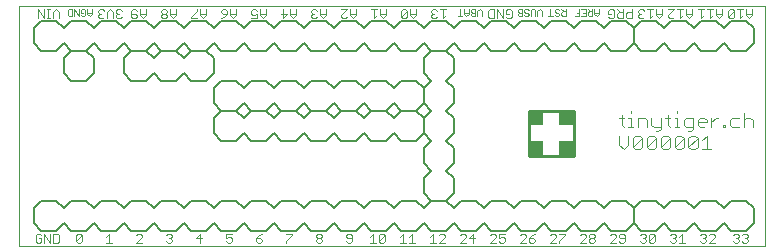
<source format=gto>
G75*
G70*
%OFA0B0*%
%FSLAX24Y24*%
%IPPOS*%
%LPD*%
%AMOC8*
5,1,8,0,0,1.08239X$1,22.5*
%
%ADD10C,0.0000*%
%ADD11C,0.0030*%
%ADD12C,0.0020*%
%ADD13C,0.0040*%
%ADD14R,0.0500X0.0500*%
%ADD15C,0.0100*%
%ADD16C,0.0080*%
D10*
X000150Y002913D02*
X025020Y002913D01*
X025020Y010909D01*
X000150Y010909D01*
X000150Y002913D01*
D11*
X000715Y003076D02*
X000763Y003028D01*
X000860Y003028D01*
X000908Y003076D01*
X000908Y003173D01*
X000812Y003173D01*
X000908Y003270D02*
X000860Y003318D01*
X000763Y003318D01*
X000715Y003270D01*
X000715Y003076D01*
X001010Y003028D02*
X001010Y003318D01*
X001203Y003028D01*
X001203Y003318D01*
X001304Y003318D02*
X001449Y003318D01*
X001498Y003270D01*
X001498Y003076D01*
X001449Y003028D01*
X001304Y003028D01*
X001304Y003318D01*
X002065Y003270D02*
X002065Y003076D01*
X002258Y003270D01*
X002258Y003076D01*
X002210Y003028D01*
X002113Y003028D01*
X002065Y003076D01*
X002065Y003270D02*
X002113Y003318D01*
X002210Y003318D01*
X002258Y003270D01*
X003065Y003221D02*
X003162Y003318D01*
X003162Y003028D01*
X003258Y003028D02*
X003065Y003028D01*
X004065Y003028D02*
X004258Y003221D01*
X004258Y003270D01*
X004210Y003318D01*
X004113Y003318D01*
X004065Y003270D01*
X004065Y003028D02*
X004258Y003028D01*
X005065Y003076D02*
X005113Y003028D01*
X005210Y003028D01*
X005258Y003076D01*
X005258Y003125D01*
X005210Y003173D01*
X005162Y003173D01*
X005210Y003173D02*
X005258Y003221D01*
X005258Y003270D01*
X005210Y003318D01*
X005113Y003318D01*
X005065Y003270D01*
X006065Y003173D02*
X006258Y003173D01*
X006210Y003028D02*
X006210Y003318D01*
X006065Y003173D01*
X007065Y003173D02*
X007162Y003221D01*
X007210Y003221D01*
X007258Y003173D01*
X007258Y003076D01*
X007210Y003028D01*
X007113Y003028D01*
X007065Y003076D01*
X007065Y003173D02*
X007065Y003318D01*
X007258Y003318D01*
X008065Y003173D02*
X008065Y003076D01*
X008113Y003028D01*
X008210Y003028D01*
X008258Y003076D01*
X008258Y003125D01*
X008210Y003173D01*
X008065Y003173D01*
X008162Y003270D01*
X008258Y003318D01*
X009065Y003318D02*
X009258Y003318D01*
X009258Y003270D01*
X009065Y003076D01*
X009065Y003028D01*
X010065Y003076D02*
X010065Y003125D01*
X010113Y003173D01*
X010210Y003173D01*
X010258Y003125D01*
X010258Y003076D01*
X010210Y003028D01*
X010113Y003028D01*
X010065Y003076D01*
X010113Y003173D02*
X010065Y003221D01*
X010065Y003270D01*
X010113Y003318D01*
X010210Y003318D01*
X010258Y003270D01*
X010258Y003221D01*
X010210Y003173D01*
X011065Y003221D02*
X011113Y003173D01*
X011258Y003173D01*
X011258Y003076D02*
X011258Y003270D01*
X011210Y003318D01*
X011113Y003318D01*
X011065Y003270D01*
X011065Y003221D01*
X011065Y003076D02*
X011113Y003028D01*
X011210Y003028D01*
X011258Y003076D01*
X011865Y003028D02*
X012058Y003028D01*
X011962Y003028D02*
X011962Y003318D01*
X011865Y003221D01*
X012160Y003270D02*
X012160Y003076D01*
X012353Y003270D01*
X012353Y003076D01*
X012305Y003028D01*
X012208Y003028D01*
X012160Y003076D01*
X012160Y003270D02*
X012208Y003318D01*
X012305Y003318D01*
X012353Y003270D01*
X012865Y003221D02*
X012962Y003318D01*
X012962Y003028D01*
X013058Y003028D02*
X012865Y003028D01*
X013160Y003028D02*
X013353Y003028D01*
X013256Y003028D02*
X013256Y003318D01*
X013160Y003221D01*
X013865Y003221D02*
X013962Y003318D01*
X013962Y003028D01*
X014058Y003028D02*
X013865Y003028D01*
X014160Y003028D02*
X014353Y003221D01*
X014353Y003270D01*
X014305Y003318D01*
X014208Y003318D01*
X014160Y003270D01*
X014160Y003028D02*
X014353Y003028D01*
X014865Y003028D02*
X015058Y003221D01*
X015058Y003270D01*
X015010Y003318D01*
X014913Y003318D01*
X014865Y003270D01*
X015160Y003173D02*
X015353Y003173D01*
X015305Y003028D02*
X015305Y003318D01*
X015160Y003173D01*
X015058Y003028D02*
X014865Y003028D01*
X015865Y003028D02*
X016058Y003221D01*
X016058Y003270D01*
X016010Y003318D01*
X015913Y003318D01*
X015865Y003270D01*
X016160Y003318D02*
X016160Y003173D01*
X016256Y003221D01*
X016305Y003221D01*
X016353Y003173D01*
X016353Y003076D01*
X016305Y003028D01*
X016208Y003028D01*
X016160Y003076D01*
X016058Y003028D02*
X015865Y003028D01*
X016160Y003318D02*
X016353Y003318D01*
X016865Y003270D02*
X016913Y003318D01*
X017010Y003318D01*
X017058Y003270D01*
X017058Y003221D01*
X016865Y003028D01*
X017058Y003028D01*
X017160Y003076D02*
X017208Y003028D01*
X017305Y003028D01*
X017353Y003076D01*
X017353Y003125D01*
X017305Y003173D01*
X017160Y003173D01*
X017160Y003076D01*
X017160Y003173D02*
X017256Y003270D01*
X017353Y003318D01*
X017865Y003270D02*
X017913Y003318D01*
X018010Y003318D01*
X018058Y003270D01*
X018058Y003221D01*
X017865Y003028D01*
X018058Y003028D01*
X018160Y003028D02*
X018160Y003076D01*
X018353Y003270D01*
X018353Y003318D01*
X018160Y003318D01*
X018865Y003270D02*
X018913Y003318D01*
X019010Y003318D01*
X019058Y003270D01*
X019058Y003221D01*
X018865Y003028D01*
X019058Y003028D01*
X019160Y003076D02*
X019160Y003125D01*
X019208Y003173D01*
X019305Y003173D01*
X019353Y003125D01*
X019353Y003076D01*
X019305Y003028D01*
X019208Y003028D01*
X019160Y003076D01*
X019208Y003173D02*
X019160Y003221D01*
X019160Y003270D01*
X019208Y003318D01*
X019305Y003318D01*
X019353Y003270D01*
X019353Y003221D01*
X019305Y003173D01*
X019865Y003270D02*
X019913Y003318D01*
X020010Y003318D01*
X020058Y003270D01*
X020058Y003221D01*
X019865Y003028D01*
X020058Y003028D01*
X020160Y003076D02*
X020208Y003028D01*
X020305Y003028D01*
X020353Y003076D01*
X020353Y003270D01*
X020305Y003318D01*
X020208Y003318D01*
X020160Y003270D01*
X020160Y003221D01*
X020208Y003173D01*
X020353Y003173D01*
X020865Y003076D02*
X020913Y003028D01*
X021010Y003028D01*
X021058Y003076D01*
X021058Y003125D01*
X021010Y003173D01*
X020962Y003173D01*
X021010Y003173D02*
X021058Y003221D01*
X021058Y003270D01*
X021010Y003318D01*
X020913Y003318D01*
X020865Y003270D01*
X021160Y003270D02*
X021208Y003318D01*
X021305Y003318D01*
X021353Y003270D01*
X021160Y003076D01*
X021208Y003028D01*
X021305Y003028D01*
X021353Y003076D01*
X021353Y003270D01*
X021160Y003270D02*
X021160Y003076D01*
X021865Y003076D02*
X021913Y003028D01*
X022010Y003028D01*
X022058Y003076D01*
X022058Y003125D01*
X022010Y003173D01*
X021962Y003173D01*
X022010Y003173D02*
X022058Y003221D01*
X022058Y003270D01*
X022010Y003318D01*
X021913Y003318D01*
X021865Y003270D01*
X022160Y003221D02*
X022256Y003318D01*
X022256Y003028D01*
X022160Y003028D02*
X022353Y003028D01*
X022865Y003076D02*
X022913Y003028D01*
X023010Y003028D01*
X023058Y003076D01*
X023058Y003125D01*
X023010Y003173D01*
X022962Y003173D01*
X023010Y003173D02*
X023058Y003221D01*
X023058Y003270D01*
X023010Y003318D01*
X022913Y003318D01*
X022865Y003270D01*
X023160Y003270D02*
X023208Y003318D01*
X023305Y003318D01*
X023353Y003270D01*
X023353Y003221D01*
X023160Y003028D01*
X023353Y003028D01*
X023965Y003076D02*
X024013Y003028D01*
X024110Y003028D01*
X024158Y003076D01*
X024158Y003125D01*
X024110Y003173D01*
X024062Y003173D01*
X024110Y003173D02*
X024158Y003221D01*
X024158Y003270D01*
X024110Y003318D01*
X024013Y003318D01*
X023965Y003270D01*
X024260Y003270D02*
X024308Y003318D01*
X024405Y003318D01*
X024453Y003270D01*
X024453Y003221D01*
X024405Y003173D01*
X024453Y003125D01*
X024453Y003076D01*
X024405Y003028D01*
X024308Y003028D01*
X024260Y003076D01*
X024356Y003173D02*
X024405Y003173D01*
X024488Y010508D02*
X024392Y010604D01*
X024392Y010798D01*
X024290Y010798D02*
X024097Y010798D01*
X024194Y010798D02*
X024194Y010508D01*
X024290Y010604D01*
X024392Y010653D02*
X024585Y010653D01*
X024585Y010604D02*
X024488Y010508D01*
X024585Y010604D02*
X024585Y010798D01*
X023996Y010750D02*
X023996Y010556D01*
X023947Y010508D01*
X023851Y010508D01*
X023802Y010556D01*
X023996Y010750D01*
X023947Y010798D01*
X023851Y010798D01*
X023802Y010750D01*
X023802Y010556D01*
X023585Y010604D02*
X023488Y010508D01*
X023392Y010604D01*
X023392Y010798D01*
X023290Y010798D02*
X023097Y010798D01*
X023194Y010798D02*
X023194Y010508D01*
X023290Y010604D01*
X023392Y010653D02*
X023585Y010653D01*
X023585Y010604D02*
X023585Y010798D01*
X022996Y010798D02*
X022802Y010798D01*
X022899Y010798D02*
X022899Y010508D01*
X022996Y010604D01*
X022585Y010604D02*
X022488Y010508D01*
X022392Y010604D01*
X022392Y010798D01*
X022290Y010798D02*
X022097Y010798D01*
X022194Y010798D02*
X022194Y010508D01*
X022290Y010604D01*
X022392Y010653D02*
X022585Y010653D01*
X022585Y010604D02*
X022585Y010798D01*
X021996Y010798D02*
X021802Y010604D01*
X021802Y010556D01*
X021851Y010508D01*
X021947Y010508D01*
X021996Y010556D01*
X021996Y010798D02*
X021802Y010798D01*
X021585Y010798D02*
X021585Y010604D01*
X021488Y010508D01*
X021392Y010604D01*
X021392Y010798D01*
X021290Y010798D02*
X021097Y010798D01*
X021194Y010798D02*
X021194Y010508D01*
X021290Y010604D01*
X021392Y010653D02*
X021585Y010653D01*
X020996Y010750D02*
X020947Y010798D01*
X020851Y010798D01*
X020802Y010750D01*
X020802Y010701D01*
X020851Y010653D01*
X020899Y010653D01*
X020851Y010653D02*
X020802Y010604D01*
X020802Y010556D01*
X020851Y010508D01*
X020947Y010508D01*
X020996Y010556D01*
X020585Y010508D02*
X020440Y010508D01*
X020392Y010556D01*
X020392Y010653D01*
X020440Y010701D01*
X020585Y010701D01*
X020585Y010798D02*
X020585Y010508D01*
X020290Y010508D02*
X020290Y010798D01*
X020290Y010701D02*
X020145Y010701D01*
X020097Y010653D01*
X020097Y010556D01*
X020145Y010508D01*
X020290Y010508D01*
X020194Y010701D02*
X020097Y010798D01*
X019996Y010750D02*
X019947Y010798D01*
X019851Y010798D01*
X019802Y010750D01*
X019802Y010653D01*
X019899Y010653D01*
X019996Y010556D02*
X019996Y010750D01*
X019996Y010556D02*
X019947Y010508D01*
X019851Y010508D01*
X019802Y010556D01*
X016585Y010556D02*
X016585Y010750D01*
X016537Y010798D01*
X016440Y010798D01*
X016392Y010750D01*
X016392Y010653D01*
X016488Y010653D01*
X016392Y010556D02*
X016440Y010508D01*
X016537Y010508D01*
X016585Y010556D01*
X016290Y010508D02*
X016097Y010798D01*
X016097Y010508D01*
X015996Y010508D02*
X015851Y010508D01*
X015802Y010556D01*
X015802Y010750D01*
X015851Y010798D01*
X015996Y010798D01*
X015996Y010508D01*
X016290Y010508D02*
X016290Y010798D01*
X014385Y010798D02*
X014192Y010798D01*
X014288Y010798D02*
X014288Y010508D01*
X014385Y010604D01*
X014090Y010556D02*
X014042Y010508D01*
X013945Y010508D01*
X013897Y010556D01*
X013897Y010604D01*
X013945Y010653D01*
X013897Y010701D01*
X013897Y010750D01*
X013945Y010798D01*
X014042Y010798D01*
X014090Y010750D01*
X013994Y010653D02*
X013945Y010653D01*
X013385Y010653D02*
X013192Y010653D01*
X013192Y010604D02*
X013192Y010798D01*
X013090Y010750D02*
X012897Y010556D01*
X012897Y010750D01*
X012945Y010798D01*
X013042Y010798D01*
X013090Y010750D01*
X013090Y010556D01*
X013042Y010508D01*
X012945Y010508D01*
X012897Y010556D01*
X013192Y010604D02*
X013288Y010508D01*
X013385Y010604D01*
X013385Y010798D01*
X012385Y010798D02*
X012385Y010604D01*
X012288Y010508D01*
X012192Y010604D01*
X012192Y010798D01*
X012090Y010798D02*
X011897Y010798D01*
X011994Y010798D02*
X011994Y010508D01*
X012090Y010604D01*
X012192Y010653D02*
X012385Y010653D01*
X011385Y010653D02*
X011192Y010653D01*
X011192Y010604D02*
X011192Y010798D01*
X011090Y010798D02*
X010897Y010604D01*
X010897Y010556D01*
X010945Y010508D01*
X011042Y010508D01*
X011090Y010556D01*
X011192Y010604D02*
X011288Y010508D01*
X011385Y010604D01*
X011385Y010798D01*
X011090Y010798D02*
X010897Y010798D01*
X010385Y010798D02*
X010385Y010604D01*
X010288Y010508D01*
X010192Y010604D01*
X010192Y010798D01*
X010090Y010750D02*
X010042Y010798D01*
X009945Y010798D01*
X009897Y010750D01*
X009897Y010701D01*
X009945Y010653D01*
X009994Y010653D01*
X009945Y010653D02*
X009897Y010604D01*
X009897Y010556D01*
X009945Y010508D01*
X010042Y010508D01*
X010090Y010556D01*
X010192Y010653D02*
X010385Y010653D01*
X009385Y010653D02*
X009192Y010653D01*
X009192Y010604D02*
X009192Y010798D01*
X009090Y010653D02*
X008897Y010653D01*
X008945Y010798D02*
X008945Y010508D01*
X009090Y010653D01*
X009192Y010604D02*
X009288Y010508D01*
X009385Y010604D01*
X009385Y010798D01*
X008385Y010798D02*
X008385Y010604D01*
X008288Y010508D01*
X008192Y010604D01*
X008192Y010798D01*
X008090Y010750D02*
X008042Y010798D01*
X007945Y010798D01*
X007897Y010750D01*
X007897Y010653D01*
X007945Y010604D01*
X007994Y010604D01*
X008090Y010653D01*
X008090Y010508D01*
X007897Y010508D01*
X008192Y010653D02*
X008385Y010653D01*
X007385Y010653D02*
X007192Y010653D01*
X007192Y010604D02*
X007192Y010798D01*
X007090Y010750D02*
X007042Y010798D01*
X006945Y010798D01*
X006897Y010750D01*
X006897Y010701D01*
X006945Y010653D01*
X007090Y010653D01*
X007090Y010750D01*
X007090Y010653D02*
X006994Y010556D01*
X006897Y010508D01*
X007192Y010604D02*
X007288Y010508D01*
X007385Y010604D01*
X007385Y010798D01*
X006385Y010798D02*
X006385Y010604D01*
X006288Y010508D01*
X006192Y010604D01*
X006192Y010798D01*
X006090Y010798D02*
X006090Y010750D01*
X005897Y010556D01*
X005897Y010508D01*
X006090Y010508D01*
X006192Y010653D02*
X006385Y010653D01*
X005385Y010653D02*
X005192Y010653D01*
X005192Y010604D02*
X005192Y010798D01*
X005090Y010750D02*
X005042Y010798D01*
X004945Y010798D01*
X004897Y010750D01*
X004897Y010701D01*
X004945Y010653D01*
X005042Y010653D01*
X005090Y010604D01*
X005090Y010556D01*
X005042Y010508D01*
X004945Y010508D01*
X004897Y010556D01*
X004897Y010604D01*
X004945Y010653D01*
X005042Y010653D02*
X005090Y010701D01*
X005090Y010750D01*
X005192Y010604D02*
X005288Y010508D01*
X005385Y010604D01*
X005385Y010798D01*
X004385Y010798D02*
X004385Y010604D01*
X004288Y010508D01*
X004192Y010604D01*
X004192Y010798D01*
X004090Y010750D02*
X004042Y010798D01*
X003945Y010798D01*
X003897Y010750D01*
X003897Y010556D01*
X003945Y010508D01*
X004042Y010508D01*
X004090Y010556D01*
X004090Y010604D01*
X004042Y010653D01*
X003897Y010653D01*
X004192Y010653D02*
X004385Y010653D01*
X003585Y010750D02*
X003537Y010798D01*
X003440Y010798D01*
X003392Y010750D01*
X003392Y010701D01*
X003440Y010653D01*
X003488Y010653D01*
X003440Y010653D02*
X003392Y010604D01*
X003392Y010556D01*
X003440Y010508D01*
X003537Y010508D01*
X003585Y010556D01*
X003290Y010508D02*
X003290Y010701D01*
X003194Y010798D01*
X003097Y010701D01*
X003097Y010508D01*
X002996Y010556D02*
X002947Y010508D01*
X002851Y010508D01*
X002802Y010556D01*
X002802Y010604D01*
X002851Y010653D01*
X002802Y010701D01*
X002802Y010750D01*
X002851Y010798D01*
X002947Y010798D01*
X002996Y010750D01*
X002899Y010653D02*
X002851Y010653D01*
X001485Y010701D02*
X001485Y010508D01*
X001485Y010701D02*
X001388Y010798D01*
X001292Y010701D01*
X001292Y010508D01*
X001190Y010508D02*
X001094Y010508D01*
X001142Y010508D02*
X001142Y010798D01*
X001190Y010798D02*
X001094Y010798D01*
X000994Y010798D02*
X000994Y010508D01*
X000800Y010798D01*
X000800Y010508D01*
D12*
X001780Y010620D02*
X001817Y010583D01*
X001927Y010583D01*
X001927Y010803D01*
X001817Y010803D01*
X001780Y010766D01*
X001780Y010620D01*
X002001Y010583D02*
X002001Y010803D01*
X002148Y010583D01*
X002148Y010803D01*
X002222Y010766D02*
X002222Y010693D01*
X002296Y010693D01*
X002369Y010620D02*
X002369Y010766D01*
X002332Y010803D01*
X002259Y010803D01*
X002222Y010766D01*
X002222Y010620D02*
X002259Y010583D01*
X002332Y010583D01*
X002369Y010620D01*
X002443Y010656D02*
X002443Y010803D01*
X002443Y010693D02*
X002590Y010693D01*
X002590Y010656D02*
X002517Y010583D01*
X002443Y010656D01*
X002590Y010656D02*
X002590Y010803D01*
X014780Y010583D02*
X014927Y010583D01*
X014854Y010583D02*
X014854Y010803D01*
X015001Y010803D02*
X015001Y010656D01*
X015075Y010583D01*
X015148Y010656D01*
X015148Y010803D01*
X015222Y010766D02*
X015259Y010803D01*
X015369Y010803D01*
X015369Y010583D01*
X015259Y010583D01*
X015222Y010620D01*
X015222Y010656D01*
X015259Y010693D01*
X015369Y010693D01*
X015443Y010730D02*
X015443Y010583D01*
X015443Y010730D02*
X015517Y010803D01*
X015590Y010730D01*
X015590Y010583D01*
X015259Y010693D02*
X015222Y010730D01*
X015222Y010766D01*
X015148Y010693D02*
X015001Y010693D01*
X016780Y010730D02*
X016780Y010766D01*
X016817Y010803D01*
X016927Y010803D01*
X016927Y010583D01*
X016817Y010583D01*
X016780Y010620D01*
X016780Y010656D01*
X016817Y010693D01*
X016927Y010693D01*
X017001Y010730D02*
X017001Y010766D01*
X017038Y010803D01*
X017111Y010803D01*
X017148Y010766D01*
X017222Y010766D02*
X017222Y010583D01*
X017148Y010620D02*
X017111Y010583D01*
X017038Y010583D01*
X017001Y010620D01*
X017038Y010693D02*
X017001Y010730D01*
X017038Y010693D02*
X017111Y010693D01*
X017148Y010656D01*
X017148Y010620D01*
X017222Y010766D02*
X017259Y010803D01*
X017332Y010803D01*
X017369Y010766D01*
X017369Y010583D01*
X017443Y010583D02*
X017443Y010730D01*
X017517Y010803D01*
X017590Y010730D01*
X017590Y010583D01*
X017801Y010583D02*
X017948Y010583D01*
X017875Y010583D02*
X017875Y010803D01*
X018022Y010766D02*
X018059Y010803D01*
X018132Y010803D01*
X018169Y010766D01*
X018132Y010693D02*
X018059Y010693D01*
X018022Y010730D01*
X018022Y010766D01*
X018132Y010693D02*
X018169Y010656D01*
X018169Y010620D01*
X018132Y010583D01*
X018059Y010583D01*
X018022Y010620D01*
X018243Y010620D02*
X018280Y010583D01*
X018390Y010583D01*
X018390Y010803D01*
X018390Y010730D02*
X018280Y010730D01*
X018243Y010693D01*
X018243Y010620D01*
X018317Y010730D02*
X018243Y010803D01*
X018680Y010583D02*
X018827Y010583D01*
X018827Y010803D01*
X018901Y010803D02*
X019048Y010803D01*
X019048Y010583D01*
X018901Y010583D01*
X018975Y010693D02*
X019048Y010693D01*
X019122Y010693D02*
X019159Y010730D01*
X019269Y010730D01*
X019269Y010803D02*
X019269Y010583D01*
X019159Y010583D01*
X019122Y010620D01*
X019122Y010693D01*
X019196Y010730D02*
X019122Y010803D01*
X019343Y010803D02*
X019343Y010656D01*
X019417Y010583D01*
X019490Y010656D01*
X019490Y010803D01*
X019490Y010693D02*
X019343Y010693D01*
X018827Y010693D02*
X018754Y010693D01*
X016817Y010693D02*
X016780Y010730D01*
D13*
X020554Y007420D02*
X020554Y007343D01*
X020554Y007190D02*
X020554Y006883D01*
X020630Y006883D02*
X020477Y006883D01*
X020323Y006883D02*
X020247Y006960D01*
X020247Y007267D01*
X020170Y007190D02*
X020323Y007190D01*
X020477Y007190D02*
X020554Y007190D01*
X020784Y007190D02*
X021014Y007190D01*
X021091Y007113D01*
X021091Y006883D01*
X021244Y006960D02*
X021321Y006883D01*
X021551Y006883D01*
X021551Y006806D02*
X021474Y006730D01*
X021398Y006730D01*
X021321Y006593D02*
X021398Y006517D01*
X021091Y006210D01*
X021168Y006133D01*
X021321Y006133D01*
X021398Y006210D01*
X021398Y006517D01*
X021321Y006593D02*
X021168Y006593D01*
X021091Y006517D01*
X021091Y006210D01*
X020937Y006210D02*
X020861Y006133D01*
X020707Y006133D01*
X020630Y006210D01*
X020937Y006517D01*
X020937Y006210D01*
X020630Y006210D02*
X020630Y006517D01*
X020707Y006593D01*
X020861Y006593D01*
X020937Y006517D01*
X020477Y006593D02*
X020477Y006286D01*
X020323Y006133D01*
X020170Y006286D01*
X020170Y006593D01*
X020784Y006883D02*
X020784Y007190D01*
X021244Y007190D02*
X021244Y006960D01*
X021551Y006806D02*
X021551Y007190D01*
X021705Y007190D02*
X021858Y007190D01*
X021781Y007267D02*
X021781Y006960D01*
X021858Y006883D01*
X022012Y006883D02*
X022165Y006883D01*
X022088Y006883D02*
X022088Y007190D01*
X022012Y007190D01*
X022088Y007343D02*
X022088Y007420D01*
X022318Y007113D02*
X022318Y006960D01*
X022395Y006883D01*
X022625Y006883D01*
X022625Y006806D02*
X022625Y007190D01*
X022395Y007190D01*
X022318Y007113D01*
X022779Y007113D02*
X022779Y006960D01*
X022856Y006883D01*
X023009Y006883D01*
X023086Y007036D02*
X022779Y007036D01*
X022779Y007113D02*
X022856Y007190D01*
X023009Y007190D01*
X023086Y007113D01*
X023086Y007036D01*
X023239Y007036D02*
X023393Y007190D01*
X023469Y007190D01*
X023239Y007190D02*
X023239Y006883D01*
X023623Y006883D02*
X023623Y006960D01*
X023700Y006960D01*
X023700Y006883D01*
X023623Y006883D01*
X023853Y006960D02*
X023930Y006883D01*
X024160Y006883D01*
X024314Y006883D02*
X024314Y007343D01*
X024390Y007190D02*
X024544Y007190D01*
X024620Y007113D01*
X024620Y006883D01*
X024314Y007113D02*
X024390Y007190D01*
X024160Y007190D02*
X023930Y007190D01*
X023853Y007113D01*
X023853Y006960D01*
X023086Y006593D02*
X023086Y006133D01*
X023239Y006133D02*
X022932Y006133D01*
X022779Y006210D02*
X022702Y006133D01*
X022549Y006133D01*
X022472Y006210D01*
X022779Y006517D01*
X022779Y006210D01*
X022472Y006210D02*
X022472Y006517D01*
X022549Y006593D01*
X022702Y006593D01*
X022779Y006517D01*
X022932Y006440D02*
X023086Y006593D01*
X022625Y006806D02*
X022549Y006730D01*
X022472Y006730D01*
X022318Y006517D02*
X022242Y006593D01*
X022088Y006593D01*
X022012Y006517D01*
X022012Y006210D01*
X022318Y006517D01*
X022318Y006210D01*
X022242Y006133D01*
X022088Y006133D01*
X022012Y006210D01*
X021858Y006210D02*
X021781Y006133D01*
X021628Y006133D01*
X021551Y006210D01*
X021858Y006517D01*
X021858Y006210D01*
X021551Y006210D02*
X021551Y006517D01*
X021628Y006593D01*
X021781Y006593D01*
X021858Y006517D01*
D14*
X018400Y006163D03*
X017400Y006163D03*
X017400Y007163D03*
X018400Y007163D03*
D15*
X018650Y007413D02*
X017150Y007413D01*
X017150Y005913D01*
X018650Y005913D01*
X018650Y007413D01*
D16*
X018400Y009413D02*
X017900Y009413D01*
X017650Y009663D01*
X017400Y009413D01*
X016900Y009413D01*
X016650Y009663D01*
X016400Y009413D01*
X015900Y009413D01*
X015650Y009663D01*
X015400Y009413D01*
X014900Y009413D01*
X014650Y009663D01*
X014400Y009413D01*
X013900Y009413D01*
X013650Y009163D01*
X013650Y008663D01*
X013900Y008413D01*
X013650Y008163D01*
X013650Y007663D01*
X013900Y007413D01*
X013650Y007163D01*
X013650Y006663D01*
X013900Y006413D01*
X013650Y006163D01*
X013650Y005663D01*
X013900Y005413D01*
X013650Y005163D01*
X013650Y004663D01*
X013900Y004413D01*
X014400Y004413D01*
X014650Y004663D01*
X014650Y005163D01*
X014400Y005413D01*
X014650Y005663D01*
X014650Y006163D01*
X014400Y006413D01*
X014650Y006663D01*
X014650Y007163D01*
X014400Y007413D01*
X014650Y007663D01*
X014650Y008163D01*
X014400Y008413D01*
X014650Y008663D01*
X014650Y009163D01*
X014400Y009413D01*
X013900Y009413D01*
X013650Y009663D01*
X013400Y009413D01*
X012900Y009413D01*
X012650Y009663D01*
X012400Y009413D01*
X011900Y009413D01*
X011650Y009663D01*
X011400Y009413D01*
X010900Y009413D01*
X010650Y009663D01*
X010400Y009413D01*
X009900Y009413D01*
X009650Y009663D01*
X009400Y009413D01*
X008900Y009413D01*
X008650Y009663D01*
X008400Y009413D01*
X007900Y009413D01*
X007650Y009663D01*
X007400Y009413D01*
X006900Y009413D01*
X006650Y009663D01*
X006400Y009413D01*
X006650Y009163D01*
X006650Y008663D01*
X006400Y008413D01*
X005900Y008413D01*
X005650Y008663D01*
X005400Y008413D01*
X004900Y008413D01*
X004650Y008663D01*
X004400Y008413D01*
X003900Y008413D01*
X003650Y008663D01*
X003650Y009163D01*
X003900Y009413D01*
X004400Y009413D01*
X004650Y009163D01*
X004900Y009413D01*
X005400Y009413D01*
X005650Y009163D01*
X005900Y009413D01*
X006400Y009413D01*
X005900Y009413D01*
X005650Y009663D01*
X005400Y009413D01*
X004900Y009413D01*
X004650Y009663D01*
X004400Y009413D01*
X003900Y009413D01*
X003650Y009663D01*
X003400Y009413D01*
X002900Y009413D01*
X002650Y009663D01*
X002400Y009413D01*
X001900Y009413D01*
X001650Y009163D01*
X001650Y008663D01*
X001900Y008413D01*
X002400Y008413D01*
X002650Y008663D01*
X002650Y009163D01*
X002400Y009413D01*
X001900Y009413D01*
X001650Y009663D01*
X001400Y009413D01*
X000900Y009413D01*
X000650Y009663D01*
X000650Y010163D01*
X000900Y010413D01*
X001400Y010413D01*
X001650Y010163D01*
X001900Y010413D01*
X002400Y010413D01*
X002650Y010163D01*
X002900Y010413D01*
X003400Y010413D01*
X003650Y010163D01*
X003900Y010413D01*
X004400Y010413D01*
X004650Y010163D01*
X004900Y010413D01*
X005400Y010413D01*
X005650Y010163D01*
X005900Y010413D01*
X006400Y010413D01*
X006650Y010163D01*
X006900Y010413D01*
X007400Y010413D01*
X007650Y010163D01*
X007900Y010413D01*
X008400Y010413D01*
X008650Y010163D01*
X008900Y010413D01*
X009400Y010413D01*
X009650Y010163D01*
X009900Y010413D01*
X010400Y010413D01*
X010650Y010163D01*
X010900Y010413D01*
X011400Y010413D01*
X011650Y010163D01*
X011900Y010413D01*
X012400Y010413D01*
X012650Y010163D01*
X012900Y010413D01*
X013400Y010413D01*
X013650Y010163D01*
X013900Y010413D01*
X014400Y010413D01*
X014650Y010163D01*
X014900Y010413D01*
X015400Y010413D01*
X015650Y010163D01*
X015900Y010413D01*
X016400Y010413D01*
X016650Y010163D01*
X016900Y010413D01*
X017400Y010413D01*
X017650Y010163D01*
X017900Y010413D01*
X018400Y010413D01*
X018650Y010163D01*
X018900Y010413D01*
X019400Y010413D01*
X019650Y010163D01*
X019900Y010413D01*
X020400Y010413D01*
X020650Y010163D01*
X020650Y009663D01*
X020900Y009413D01*
X021400Y009413D01*
X021650Y009663D01*
X021900Y009413D01*
X022400Y009413D01*
X022650Y009663D01*
X022900Y009413D01*
X023400Y009413D01*
X023650Y009663D01*
X023900Y009413D01*
X024400Y009413D01*
X024650Y009663D01*
X024650Y010163D01*
X024400Y010413D01*
X023900Y010413D01*
X023650Y010163D01*
X023400Y010413D01*
X022900Y010413D01*
X022650Y010163D01*
X022400Y010413D01*
X021900Y010413D01*
X021650Y010163D01*
X021400Y010413D01*
X020900Y010413D01*
X020650Y010163D01*
X020650Y009663D01*
X020400Y009413D01*
X019900Y009413D01*
X019650Y009663D01*
X019400Y009413D01*
X018900Y009413D01*
X018650Y009663D01*
X018400Y009413D01*
X013650Y008163D02*
X013650Y007663D01*
X013400Y007413D01*
X013650Y007163D01*
X013650Y006663D01*
X013400Y006413D01*
X012900Y006413D01*
X012650Y006663D01*
X012400Y006413D01*
X011900Y006413D01*
X011650Y006663D01*
X011400Y006413D01*
X010900Y006413D01*
X010650Y006663D01*
X010400Y006413D01*
X009900Y006413D01*
X009650Y006663D01*
X009400Y006413D01*
X008900Y006413D01*
X008650Y006663D01*
X008400Y006413D01*
X007900Y006413D01*
X007650Y006663D01*
X007400Y006413D01*
X006900Y006413D01*
X006650Y006663D01*
X006650Y007163D01*
X006900Y007413D01*
X007400Y007413D01*
X007650Y007163D01*
X007900Y007413D01*
X008400Y007413D01*
X008650Y007163D01*
X008900Y007413D01*
X009400Y007413D01*
X009650Y007163D01*
X009900Y007413D01*
X010400Y007413D01*
X010650Y007163D01*
X010900Y007413D01*
X011400Y007413D01*
X011650Y007163D01*
X011900Y007413D01*
X012400Y007413D01*
X012650Y007163D01*
X012900Y007413D01*
X013400Y007413D01*
X012900Y007413D01*
X012650Y007663D01*
X012400Y007413D01*
X011900Y007413D01*
X011650Y007663D01*
X011400Y007413D01*
X010900Y007413D01*
X010650Y007663D01*
X010400Y007413D01*
X009900Y007413D01*
X009650Y007663D01*
X009400Y007413D01*
X008900Y007413D01*
X008650Y007663D01*
X008400Y007413D01*
X007900Y007413D01*
X007650Y007663D01*
X007400Y007413D01*
X006900Y007413D01*
X006650Y007663D01*
X006650Y008163D01*
X006900Y008413D01*
X007400Y008413D01*
X007650Y008163D01*
X007900Y008413D01*
X008400Y008413D01*
X008650Y008163D01*
X008900Y008413D01*
X009400Y008413D01*
X009650Y008163D01*
X009900Y008413D01*
X010400Y008413D01*
X010650Y008163D01*
X010900Y008413D01*
X011400Y008413D01*
X011650Y008163D01*
X011900Y008413D01*
X012400Y008413D01*
X012650Y008163D01*
X012900Y008413D01*
X013400Y008413D01*
X013650Y008163D01*
X013400Y004413D02*
X012900Y004413D01*
X012650Y004163D01*
X012400Y004413D01*
X011900Y004413D01*
X011650Y004163D01*
X011400Y004413D01*
X010900Y004413D01*
X010650Y004163D01*
X010400Y004413D01*
X009900Y004413D01*
X009650Y004163D01*
X009400Y004413D01*
X008900Y004413D01*
X008650Y004163D01*
X008400Y004413D01*
X007900Y004413D01*
X007650Y004163D01*
X007400Y004413D01*
X006900Y004413D01*
X006650Y004163D01*
X006400Y004413D01*
X005900Y004413D01*
X005650Y004163D01*
X005400Y004413D01*
X004900Y004413D01*
X004650Y004163D01*
X004400Y004413D01*
X003900Y004413D01*
X003650Y004163D01*
X003400Y004413D01*
X002900Y004413D01*
X002650Y004163D01*
X002400Y004413D01*
X001900Y004413D01*
X001650Y004163D01*
X001400Y004413D01*
X000900Y004413D01*
X000650Y004163D01*
X000650Y003663D01*
X000900Y003413D01*
X001400Y003413D01*
X001650Y003663D01*
X001900Y003413D01*
X002400Y003413D01*
X002650Y003663D01*
X002900Y003413D01*
X003400Y003413D01*
X003650Y003663D01*
X003900Y003413D01*
X004400Y003413D01*
X004650Y003663D01*
X004900Y003413D01*
X005400Y003413D01*
X005650Y003663D01*
X005900Y003413D01*
X006400Y003413D01*
X006650Y003663D01*
X006900Y003413D01*
X007400Y003413D01*
X007650Y003663D01*
X007900Y003413D01*
X008400Y003413D01*
X008650Y003663D01*
X008900Y003413D01*
X009400Y003413D01*
X009650Y003663D01*
X009900Y003413D01*
X010400Y003413D01*
X010650Y003663D01*
X010900Y003413D01*
X011400Y003413D01*
X011650Y003663D01*
X011900Y003413D01*
X012400Y003413D01*
X012650Y003663D01*
X012900Y003413D01*
X013400Y003413D01*
X013650Y003663D01*
X013900Y003413D01*
X014400Y003413D01*
X014650Y003663D01*
X014900Y003413D01*
X015400Y003413D01*
X015650Y003663D01*
X015900Y003413D01*
X016400Y003413D01*
X016650Y003663D01*
X016900Y003413D01*
X017400Y003413D01*
X017650Y003663D01*
X017900Y003413D01*
X018400Y003413D01*
X018650Y003663D01*
X018900Y003413D01*
X019400Y003413D01*
X019650Y003663D01*
X019900Y003413D01*
X020400Y003413D01*
X020650Y003663D01*
X020650Y004163D01*
X020900Y004413D01*
X021400Y004413D01*
X021650Y004163D01*
X021900Y004413D01*
X022400Y004413D01*
X022650Y004163D01*
X022900Y004413D01*
X023400Y004413D01*
X023650Y004163D01*
X023900Y004413D01*
X024400Y004413D01*
X024650Y004163D01*
X024650Y003663D01*
X024400Y003413D01*
X023900Y003413D01*
X023650Y003663D01*
X023400Y003413D01*
X022900Y003413D01*
X022650Y003663D01*
X022400Y003413D01*
X021900Y003413D01*
X021650Y003663D01*
X021400Y003413D01*
X020900Y003413D01*
X020650Y003663D01*
X020650Y004163D01*
X020400Y004413D01*
X019900Y004413D01*
X019650Y004163D01*
X019400Y004413D01*
X018900Y004413D01*
X018650Y004163D01*
X018400Y004413D01*
X017900Y004413D01*
X017650Y004163D01*
X017400Y004413D01*
X016900Y004413D01*
X016650Y004163D01*
X016400Y004413D01*
X015900Y004413D01*
X015650Y004163D01*
X015400Y004413D01*
X014900Y004413D01*
X014650Y004163D01*
X014400Y004413D01*
X013900Y004413D01*
X013650Y004163D01*
X013400Y004413D01*
M02*

</source>
